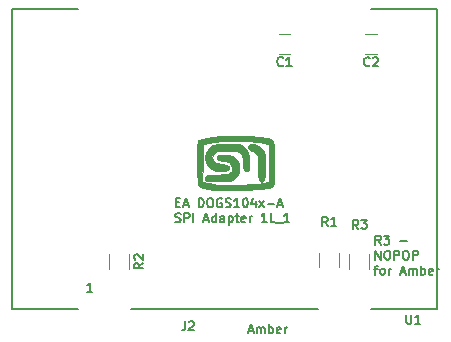
<source format=gbr>
G04 #@! TF.FileFunction,Legend,Top*
%FSLAX46Y46*%
G04 Gerber Fmt 4.6, Leading zero omitted, Abs format (unit mm)*
G04 Created by KiCad (PCBNEW 4.0.7) date 10/30/17 19:48:02*
%MOMM*%
%LPD*%
G01*
G04 APERTURE LIST*
%ADD10C,0.076200*%
%ADD11C,0.127000*%
%ADD12C,0.120000*%
%ADD13C,0.150000*%
%ADD14C,0.100000*%
G04 APERTURE END LIST*
D10*
D11*
X164637357Y-110961714D02*
X164383357Y-110598857D01*
X164201929Y-110961714D02*
X164201929Y-110199714D01*
X164492214Y-110199714D01*
X164564786Y-110236000D01*
X164601071Y-110272286D01*
X164637357Y-110344857D01*
X164637357Y-110453714D01*
X164601071Y-110526286D01*
X164564786Y-110562571D01*
X164492214Y-110598857D01*
X164201929Y-110598857D01*
X164891357Y-110199714D02*
X165363071Y-110199714D01*
X165109071Y-110490000D01*
X165217929Y-110490000D01*
X165290500Y-110526286D01*
X165326786Y-110562571D01*
X165363071Y-110635143D01*
X165363071Y-110816571D01*
X165326786Y-110889143D01*
X165290500Y-110925429D01*
X165217929Y-110961714D01*
X165000214Y-110961714D01*
X164927643Y-110925429D01*
X164891357Y-110889143D01*
X166270214Y-110671429D02*
X166850785Y-110671429D01*
X164201929Y-112231714D02*
X164201929Y-111469714D01*
X164637357Y-112231714D01*
X164637357Y-111469714D01*
X165145357Y-111469714D02*
X165290500Y-111469714D01*
X165363072Y-111506000D01*
X165435643Y-111578571D01*
X165471929Y-111723714D01*
X165471929Y-111977714D01*
X165435643Y-112122857D01*
X165363072Y-112195429D01*
X165290500Y-112231714D01*
X165145357Y-112231714D01*
X165072786Y-112195429D01*
X165000215Y-112122857D01*
X164963929Y-111977714D01*
X164963929Y-111723714D01*
X165000215Y-111578571D01*
X165072786Y-111506000D01*
X165145357Y-111469714D01*
X165798501Y-112231714D02*
X165798501Y-111469714D01*
X166088786Y-111469714D01*
X166161358Y-111506000D01*
X166197643Y-111542286D01*
X166233929Y-111614857D01*
X166233929Y-111723714D01*
X166197643Y-111796286D01*
X166161358Y-111832571D01*
X166088786Y-111868857D01*
X165798501Y-111868857D01*
X166705643Y-111469714D02*
X166850786Y-111469714D01*
X166923358Y-111506000D01*
X166995929Y-111578571D01*
X167032215Y-111723714D01*
X167032215Y-111977714D01*
X166995929Y-112122857D01*
X166923358Y-112195429D01*
X166850786Y-112231714D01*
X166705643Y-112231714D01*
X166633072Y-112195429D01*
X166560501Y-112122857D01*
X166524215Y-111977714D01*
X166524215Y-111723714D01*
X166560501Y-111578571D01*
X166633072Y-111506000D01*
X166705643Y-111469714D01*
X167358787Y-112231714D02*
X167358787Y-111469714D01*
X167649072Y-111469714D01*
X167721644Y-111506000D01*
X167757929Y-111542286D01*
X167794215Y-111614857D01*
X167794215Y-111723714D01*
X167757929Y-111796286D01*
X167721644Y-111832571D01*
X167649072Y-111868857D01*
X167358787Y-111868857D01*
X164093071Y-112993714D02*
X164383357Y-112993714D01*
X164201929Y-113501714D02*
X164201929Y-112848571D01*
X164238214Y-112776000D01*
X164310786Y-112739714D01*
X164383357Y-112739714D01*
X164746215Y-113501714D02*
X164673643Y-113465429D01*
X164637358Y-113429143D01*
X164601072Y-113356571D01*
X164601072Y-113138857D01*
X164637358Y-113066286D01*
X164673643Y-113030000D01*
X164746215Y-112993714D01*
X164855072Y-112993714D01*
X164927643Y-113030000D01*
X164963929Y-113066286D01*
X165000215Y-113138857D01*
X165000215Y-113356571D01*
X164963929Y-113429143D01*
X164927643Y-113465429D01*
X164855072Y-113501714D01*
X164746215Y-113501714D01*
X165326787Y-113501714D02*
X165326787Y-112993714D01*
X165326787Y-113138857D02*
X165363072Y-113066286D01*
X165399358Y-113030000D01*
X165471929Y-112993714D01*
X165544501Y-112993714D01*
X166342786Y-113284000D02*
X166705643Y-113284000D01*
X166270214Y-113501714D02*
X166524214Y-112739714D01*
X166778214Y-113501714D01*
X167032215Y-113501714D02*
X167032215Y-112993714D01*
X167032215Y-113066286D02*
X167068500Y-113030000D01*
X167141072Y-112993714D01*
X167249929Y-112993714D01*
X167322500Y-113030000D01*
X167358786Y-113102571D01*
X167358786Y-113501714D01*
X167358786Y-113102571D02*
X167395072Y-113030000D01*
X167467643Y-112993714D01*
X167576500Y-112993714D01*
X167649072Y-113030000D01*
X167685357Y-113102571D01*
X167685357Y-113501714D01*
X168048215Y-113501714D02*
X168048215Y-112739714D01*
X168048215Y-113030000D02*
X168120786Y-112993714D01*
X168265929Y-112993714D01*
X168338500Y-113030000D01*
X168374786Y-113066286D01*
X168411072Y-113138857D01*
X168411072Y-113356571D01*
X168374786Y-113429143D01*
X168338500Y-113465429D01*
X168265929Y-113501714D01*
X168120786Y-113501714D01*
X168048215Y-113465429D01*
X169027929Y-113465429D02*
X168955358Y-113501714D01*
X168810215Y-113501714D01*
X168737644Y-113465429D01*
X168701358Y-113392857D01*
X168701358Y-113102571D01*
X168737644Y-113030000D01*
X168810215Y-112993714D01*
X168955358Y-112993714D01*
X169027929Y-113030000D01*
X169064215Y-113102571D01*
X169064215Y-113175143D01*
X168701358Y-113247714D01*
X169390787Y-113501714D02*
X169390787Y-112993714D01*
X169390787Y-113138857D02*
X169427072Y-113066286D01*
X169463358Y-113030000D01*
X169535929Y-112993714D01*
X169608501Y-112993714D01*
X153470429Y-118237000D02*
X153833286Y-118237000D01*
X153397857Y-118454714D02*
X153651857Y-117692714D01*
X153905857Y-118454714D01*
X154159858Y-118454714D02*
X154159858Y-117946714D01*
X154159858Y-118019286D02*
X154196143Y-117983000D01*
X154268715Y-117946714D01*
X154377572Y-117946714D01*
X154450143Y-117983000D01*
X154486429Y-118055571D01*
X154486429Y-118454714D01*
X154486429Y-118055571D02*
X154522715Y-117983000D01*
X154595286Y-117946714D01*
X154704143Y-117946714D01*
X154776715Y-117983000D01*
X154813000Y-118055571D01*
X154813000Y-118454714D01*
X155175858Y-118454714D02*
X155175858Y-117692714D01*
X155175858Y-117983000D02*
X155248429Y-117946714D01*
X155393572Y-117946714D01*
X155466143Y-117983000D01*
X155502429Y-118019286D01*
X155538715Y-118091857D01*
X155538715Y-118309571D01*
X155502429Y-118382143D01*
X155466143Y-118418429D01*
X155393572Y-118454714D01*
X155248429Y-118454714D01*
X155175858Y-118418429D01*
X156155572Y-118418429D02*
X156083001Y-118454714D01*
X155937858Y-118454714D01*
X155865287Y-118418429D01*
X155829001Y-118345857D01*
X155829001Y-118055571D01*
X155865287Y-117983000D01*
X155937858Y-117946714D01*
X156083001Y-117946714D01*
X156155572Y-117983000D01*
X156191858Y-118055571D01*
X156191858Y-118128143D01*
X155829001Y-118200714D01*
X156518430Y-118454714D02*
X156518430Y-117946714D01*
X156518430Y-118091857D02*
X156554715Y-118019286D01*
X156591001Y-117983000D01*
X156663572Y-117946714D01*
X156736144Y-117946714D01*
X147310929Y-107387571D02*
X147564929Y-107387571D01*
X147673786Y-107786714D02*
X147310929Y-107786714D01*
X147310929Y-107024714D01*
X147673786Y-107024714D01*
X147964072Y-107569000D02*
X148326929Y-107569000D01*
X147891500Y-107786714D02*
X148145500Y-107024714D01*
X148399500Y-107786714D01*
X149234072Y-107786714D02*
X149234072Y-107024714D01*
X149415500Y-107024714D01*
X149524357Y-107061000D01*
X149596929Y-107133571D01*
X149633214Y-107206143D01*
X149669500Y-107351286D01*
X149669500Y-107460143D01*
X149633214Y-107605286D01*
X149596929Y-107677857D01*
X149524357Y-107750429D01*
X149415500Y-107786714D01*
X149234072Y-107786714D01*
X150141214Y-107024714D02*
X150286357Y-107024714D01*
X150358929Y-107061000D01*
X150431500Y-107133571D01*
X150467786Y-107278714D01*
X150467786Y-107532714D01*
X150431500Y-107677857D01*
X150358929Y-107750429D01*
X150286357Y-107786714D01*
X150141214Y-107786714D01*
X150068643Y-107750429D01*
X149996072Y-107677857D01*
X149959786Y-107532714D01*
X149959786Y-107278714D01*
X149996072Y-107133571D01*
X150068643Y-107061000D01*
X150141214Y-107024714D01*
X151193500Y-107061000D02*
X151120929Y-107024714D01*
X151012072Y-107024714D01*
X150903215Y-107061000D01*
X150830643Y-107133571D01*
X150794358Y-107206143D01*
X150758072Y-107351286D01*
X150758072Y-107460143D01*
X150794358Y-107605286D01*
X150830643Y-107677857D01*
X150903215Y-107750429D01*
X151012072Y-107786714D01*
X151084643Y-107786714D01*
X151193500Y-107750429D01*
X151229786Y-107714143D01*
X151229786Y-107460143D01*
X151084643Y-107460143D01*
X151520072Y-107750429D02*
X151628929Y-107786714D01*
X151810358Y-107786714D01*
X151882929Y-107750429D01*
X151919215Y-107714143D01*
X151955500Y-107641571D01*
X151955500Y-107569000D01*
X151919215Y-107496429D01*
X151882929Y-107460143D01*
X151810358Y-107423857D01*
X151665215Y-107387571D01*
X151592643Y-107351286D01*
X151556358Y-107315000D01*
X151520072Y-107242429D01*
X151520072Y-107169857D01*
X151556358Y-107097286D01*
X151592643Y-107061000D01*
X151665215Y-107024714D01*
X151846643Y-107024714D01*
X151955500Y-107061000D01*
X152681214Y-107786714D02*
X152245786Y-107786714D01*
X152463500Y-107786714D02*
X152463500Y-107024714D01*
X152390929Y-107133571D01*
X152318357Y-107206143D01*
X152245786Y-107242429D01*
X153152928Y-107024714D02*
X153225500Y-107024714D01*
X153298071Y-107061000D01*
X153334357Y-107097286D01*
X153370643Y-107169857D01*
X153406928Y-107315000D01*
X153406928Y-107496429D01*
X153370643Y-107641571D01*
X153334357Y-107714143D01*
X153298071Y-107750429D01*
X153225500Y-107786714D01*
X153152928Y-107786714D01*
X153080357Y-107750429D01*
X153044071Y-107714143D01*
X153007786Y-107641571D01*
X152971500Y-107496429D01*
X152971500Y-107315000D01*
X153007786Y-107169857D01*
X153044071Y-107097286D01*
X153080357Y-107061000D01*
X153152928Y-107024714D01*
X154060071Y-107278714D02*
X154060071Y-107786714D01*
X153878642Y-106988429D02*
X153697214Y-107532714D01*
X154168928Y-107532714D01*
X154386642Y-107786714D02*
X154785785Y-107278714D01*
X154386642Y-107278714D02*
X154785785Y-107786714D01*
X155076071Y-107496429D02*
X155656642Y-107496429D01*
X155983214Y-107569000D02*
X156346071Y-107569000D01*
X155910642Y-107786714D02*
X156164642Y-107024714D01*
X156418642Y-107786714D01*
X147274643Y-109020429D02*
X147383500Y-109056714D01*
X147564929Y-109056714D01*
X147637500Y-109020429D01*
X147673786Y-108984143D01*
X147710071Y-108911571D01*
X147710071Y-108839000D01*
X147673786Y-108766429D01*
X147637500Y-108730143D01*
X147564929Y-108693857D01*
X147419786Y-108657571D01*
X147347214Y-108621286D01*
X147310929Y-108585000D01*
X147274643Y-108512429D01*
X147274643Y-108439857D01*
X147310929Y-108367286D01*
X147347214Y-108331000D01*
X147419786Y-108294714D01*
X147601214Y-108294714D01*
X147710071Y-108331000D01*
X148036643Y-109056714D02*
X148036643Y-108294714D01*
X148326928Y-108294714D01*
X148399500Y-108331000D01*
X148435785Y-108367286D01*
X148472071Y-108439857D01*
X148472071Y-108548714D01*
X148435785Y-108621286D01*
X148399500Y-108657571D01*
X148326928Y-108693857D01*
X148036643Y-108693857D01*
X148798643Y-109056714D02*
X148798643Y-108294714D01*
X149705785Y-108839000D02*
X150068642Y-108839000D01*
X149633213Y-109056714D02*
X149887213Y-108294714D01*
X150141213Y-109056714D01*
X150721785Y-109056714D02*
X150721785Y-108294714D01*
X150721785Y-109020429D02*
X150649214Y-109056714D01*
X150504071Y-109056714D01*
X150431499Y-109020429D01*
X150395214Y-108984143D01*
X150358928Y-108911571D01*
X150358928Y-108693857D01*
X150395214Y-108621286D01*
X150431499Y-108585000D01*
X150504071Y-108548714D01*
X150649214Y-108548714D01*
X150721785Y-108585000D01*
X151411214Y-109056714D02*
X151411214Y-108657571D01*
X151374928Y-108585000D01*
X151302357Y-108548714D01*
X151157214Y-108548714D01*
X151084643Y-108585000D01*
X151411214Y-109020429D02*
X151338643Y-109056714D01*
X151157214Y-109056714D01*
X151084643Y-109020429D01*
X151048357Y-108947857D01*
X151048357Y-108875286D01*
X151084643Y-108802714D01*
X151157214Y-108766429D01*
X151338643Y-108766429D01*
X151411214Y-108730143D01*
X151774072Y-108548714D02*
X151774072Y-109310714D01*
X151774072Y-108585000D02*
X151846643Y-108548714D01*
X151991786Y-108548714D01*
X152064357Y-108585000D01*
X152100643Y-108621286D01*
X152136929Y-108693857D01*
X152136929Y-108911571D01*
X152100643Y-108984143D01*
X152064357Y-109020429D01*
X151991786Y-109056714D01*
X151846643Y-109056714D01*
X151774072Y-109020429D01*
X152354643Y-108548714D02*
X152644929Y-108548714D01*
X152463501Y-108294714D02*
X152463501Y-108947857D01*
X152499786Y-109020429D01*
X152572358Y-109056714D01*
X152644929Y-109056714D01*
X153189215Y-109020429D02*
X153116644Y-109056714D01*
X152971501Y-109056714D01*
X152898930Y-109020429D01*
X152862644Y-108947857D01*
X152862644Y-108657571D01*
X152898930Y-108585000D01*
X152971501Y-108548714D01*
X153116644Y-108548714D01*
X153189215Y-108585000D01*
X153225501Y-108657571D01*
X153225501Y-108730143D01*
X152862644Y-108802714D01*
X153552073Y-109056714D02*
X153552073Y-108548714D01*
X153552073Y-108693857D02*
X153588358Y-108621286D01*
X153624644Y-108585000D01*
X153697215Y-108548714D01*
X153769787Y-108548714D01*
X155003500Y-109056714D02*
X154568072Y-109056714D01*
X154785786Y-109056714D02*
X154785786Y-108294714D01*
X154713215Y-108403571D01*
X154640643Y-108476143D01*
X154568072Y-108512429D01*
X155692929Y-109056714D02*
X155330072Y-109056714D01*
X155330072Y-108294714D01*
X155765500Y-109129286D02*
X156346071Y-109129286D01*
X156926642Y-109056714D02*
X156491214Y-109056714D01*
X156708928Y-109056714D02*
X156708928Y-108294714D01*
X156636357Y-108403571D01*
X156563785Y-108476143D01*
X156491214Y-108512429D01*
D12*
X156000000Y-94850000D02*
X157000000Y-94850000D01*
X157000000Y-93150000D02*
X156000000Y-93150000D01*
X164330000Y-93130000D02*
X163330000Y-93130000D01*
X163330000Y-94830000D02*
X164330000Y-94830000D01*
D13*
X143500000Y-116400000D02*
X159300000Y-116400000D01*
X139000000Y-116400000D02*
X133400000Y-116400000D01*
X139000000Y-91000000D02*
X133400000Y-91000000D01*
X169400000Y-116400000D02*
X163800000Y-116400000D01*
X169400000Y-91000000D02*
X163800000Y-91000000D01*
X169400000Y-91000000D02*
X169400000Y-116400000D01*
X133400000Y-91000000D02*
X133400000Y-116400000D01*
D14*
G36*
X155640878Y-103269418D02*
X155638738Y-103863076D01*
X155638500Y-104047945D01*
X155636532Y-104688217D01*
X155629865Y-105178453D01*
X155617356Y-105537914D01*
X155597861Y-105785861D01*
X155570235Y-105941554D01*
X155533335Y-106024252D01*
X155520331Y-106037670D01*
X155353096Y-106109142D01*
X155215167Y-106139474D01*
X155215167Y-105685748D01*
X155215167Y-104092371D01*
X155211111Y-103571909D01*
X155199750Y-103122332D01*
X155182295Y-102768665D01*
X155159953Y-102535937D01*
X155135775Y-102449926D01*
X155024327Y-102419092D01*
X154782052Y-102372619D01*
X154445993Y-102317095D01*
X154098608Y-102265485D01*
X153470140Y-102203536D01*
X152742551Y-102175245D01*
X151972637Y-102179497D01*
X151217192Y-102215179D01*
X150533014Y-102281176D01*
X150135167Y-102343237D01*
X149584833Y-102447859D01*
X149561866Y-104069143D01*
X149538899Y-105690426D01*
X150112199Y-105781198D01*
X150448113Y-105833928D01*
X150752924Y-105881002D01*
X150939500Y-105909091D01*
X151179669Y-105926739D01*
X151551025Y-105933161D01*
X152015883Y-105929617D01*
X152536557Y-105917364D01*
X153075362Y-105897660D01*
X153594612Y-105871761D01*
X154056622Y-105840926D01*
X154423706Y-105806412D01*
X154559000Y-105788306D01*
X155215167Y-105685748D01*
X155215167Y-106139474D01*
X155043775Y-106177166D01*
X154619613Y-106239037D01*
X154107856Y-106292051D01*
X153535749Y-106333504D01*
X152930539Y-106360692D01*
X152319469Y-106370910D01*
X152167167Y-106370483D01*
X151682169Y-106365260D01*
X151243389Y-106357201D01*
X150884654Y-106347183D01*
X150639792Y-106336080D01*
X150558500Y-106328816D01*
X150051928Y-106245236D01*
X149644139Y-106162708D01*
X149358962Y-106086632D01*
X149225000Y-106026674D01*
X149187965Y-105948849D01*
X149159806Y-105773790D01*
X149139698Y-105486075D01*
X149126817Y-105070284D01*
X149120337Y-104510996D01*
X149119167Y-104047945D01*
X149120118Y-103431599D01*
X149124077Y-102963164D01*
X149132700Y-102621224D01*
X149147644Y-102384362D01*
X149170566Y-102231160D01*
X149203122Y-102140203D01*
X149246968Y-102090073D01*
X149271812Y-102074597D01*
X149537700Y-101981179D01*
X149943261Y-101901175D01*
X150459273Y-101835830D01*
X151056515Y-101786389D01*
X151705764Y-101754099D01*
X152377798Y-101740204D01*
X153043396Y-101745950D01*
X153673334Y-101772582D01*
X154238391Y-101821346D01*
X154476693Y-101852783D01*
X154842158Y-101904423D01*
X155122262Y-101949352D01*
X155328266Y-102008847D01*
X155471429Y-102104182D01*
X155563012Y-102256632D01*
X155614275Y-102487471D01*
X155636477Y-102817975D01*
X155640878Y-103269418D01*
X155640878Y-103269418D01*
X155640878Y-103269418D01*
G37*
X155640878Y-103269418D02*
X155638738Y-103863076D01*
X155638500Y-104047945D01*
X155636532Y-104688217D01*
X155629865Y-105178453D01*
X155617356Y-105537914D01*
X155597861Y-105785861D01*
X155570235Y-105941554D01*
X155533335Y-106024252D01*
X155520331Y-106037670D01*
X155353096Y-106109142D01*
X155215167Y-106139474D01*
X155215167Y-105685748D01*
X155215167Y-104092371D01*
X155211111Y-103571909D01*
X155199750Y-103122332D01*
X155182295Y-102768665D01*
X155159953Y-102535937D01*
X155135775Y-102449926D01*
X155024327Y-102419092D01*
X154782052Y-102372619D01*
X154445993Y-102317095D01*
X154098608Y-102265485D01*
X153470140Y-102203536D01*
X152742551Y-102175245D01*
X151972637Y-102179497D01*
X151217192Y-102215179D01*
X150533014Y-102281176D01*
X150135167Y-102343237D01*
X149584833Y-102447859D01*
X149561866Y-104069143D01*
X149538899Y-105690426D01*
X150112199Y-105781198D01*
X150448113Y-105833928D01*
X150752924Y-105881002D01*
X150939500Y-105909091D01*
X151179669Y-105926739D01*
X151551025Y-105933161D01*
X152015883Y-105929617D01*
X152536557Y-105917364D01*
X153075362Y-105897660D01*
X153594612Y-105871761D01*
X154056622Y-105840926D01*
X154423706Y-105806412D01*
X154559000Y-105788306D01*
X155215167Y-105685748D01*
X155215167Y-106139474D01*
X155043775Y-106177166D01*
X154619613Y-106239037D01*
X154107856Y-106292051D01*
X153535749Y-106333504D01*
X152930539Y-106360692D01*
X152319469Y-106370910D01*
X152167167Y-106370483D01*
X151682169Y-106365260D01*
X151243389Y-106357201D01*
X150884654Y-106347183D01*
X150639792Y-106336080D01*
X150558500Y-106328816D01*
X150051928Y-106245236D01*
X149644139Y-106162708D01*
X149358962Y-106086632D01*
X149225000Y-106026674D01*
X149187965Y-105948849D01*
X149159806Y-105773790D01*
X149139698Y-105486075D01*
X149126817Y-105070284D01*
X149120337Y-104510996D01*
X149119167Y-104047945D01*
X149120118Y-103431599D01*
X149124077Y-102963164D01*
X149132700Y-102621224D01*
X149147644Y-102384362D01*
X149170566Y-102231160D01*
X149203122Y-102140203D01*
X149246968Y-102090073D01*
X149271812Y-102074597D01*
X149537700Y-101981179D01*
X149943261Y-101901175D01*
X150459273Y-101835830D01*
X151056515Y-101786389D01*
X151705764Y-101754099D01*
X152377798Y-101740204D01*
X153043396Y-101745950D01*
X153673334Y-101772582D01*
X154238391Y-101821346D01*
X154476693Y-101852783D01*
X154842158Y-101904423D01*
X155122262Y-101949352D01*
X155328266Y-102008847D01*
X155471429Y-102104182D01*
X155563012Y-102256632D01*
X155614275Y-102487471D01*
X155636477Y-102817975D01*
X155640878Y-103269418D01*
X155640878Y-103269418D01*
G36*
X152679170Y-104414396D02*
X152631689Y-104797950D01*
X152466947Y-105147481D01*
X152192661Y-105416811D01*
X152051403Y-105490168D01*
X151863067Y-105540105D01*
X151592215Y-105571878D01*
X151203411Y-105590742D01*
X150981833Y-105596393D01*
X150585439Y-105600691D01*
X150247147Y-105596729D01*
X150005370Y-105585450D01*
X149902333Y-105569953D01*
X149813471Y-105452885D01*
X149805384Y-105274760D01*
X149873194Y-105120596D01*
X149930425Y-105080391D01*
X150069227Y-105058378D01*
X150333299Y-105041077D01*
X150678593Y-105030813D01*
X150904091Y-105029000D01*
X151385635Y-105013429D01*
X151722171Y-104959481D01*
X151935772Y-104856299D01*
X152048513Y-104693028D01*
X152082467Y-104458811D01*
X152082500Y-104449455D01*
X152016002Y-104185492D01*
X151811358Y-103998644D01*
X151460842Y-103883320D01*
X151259424Y-103853904D01*
X150983861Y-103818063D01*
X150837193Y-103772056D01*
X150779373Y-103694255D01*
X150770167Y-103589666D01*
X150781131Y-103475268D01*
X150839464Y-103408955D01*
X150983324Y-103374166D01*
X151250869Y-103354341D01*
X151320500Y-103350817D01*
X151736780Y-103354844D01*
X152036480Y-103419245D01*
X152130779Y-103461786D01*
X152427442Y-103706094D01*
X152610663Y-104037037D01*
X152679170Y-104414396D01*
X152679170Y-104414396D01*
X152679170Y-104414396D01*
G37*
X152679170Y-104414396D02*
X152631689Y-104797950D01*
X152466947Y-105147481D01*
X152192661Y-105416811D01*
X152051403Y-105490168D01*
X151863067Y-105540105D01*
X151592215Y-105571878D01*
X151203411Y-105590742D01*
X150981833Y-105596393D01*
X150585439Y-105600691D01*
X150247147Y-105596729D01*
X150005370Y-105585450D01*
X149902333Y-105569953D01*
X149813471Y-105452885D01*
X149805384Y-105274760D01*
X149873194Y-105120596D01*
X149930425Y-105080391D01*
X150069227Y-105058378D01*
X150333299Y-105041077D01*
X150678593Y-105030813D01*
X150904091Y-105029000D01*
X151385635Y-105013429D01*
X151722171Y-104959481D01*
X151935772Y-104856299D01*
X152048513Y-104693028D01*
X152082467Y-104458811D01*
X152082500Y-104449455D01*
X152016002Y-104185492D01*
X151811358Y-103998644D01*
X151460842Y-103883320D01*
X151259424Y-103853904D01*
X150983861Y-103818063D01*
X150837193Y-103772056D01*
X150779373Y-103694255D01*
X150770167Y-103589666D01*
X150781131Y-103475268D01*
X150839464Y-103408955D01*
X150983324Y-103374166D01*
X151250869Y-103354341D01*
X151320500Y-103350817D01*
X151736780Y-103354844D01*
X152036480Y-103419245D01*
X152130779Y-103461786D01*
X152427442Y-103706094D01*
X152610663Y-104037037D01*
X152679170Y-104414396D01*
X152679170Y-104414396D01*
G36*
X154875568Y-104505399D02*
X154855638Y-105028157D01*
X154794839Y-105391069D01*
X154693794Y-105592846D01*
X154553124Y-105632203D01*
X154385433Y-105520066D01*
X154332182Y-105374488D01*
X154298186Y-105067882D01*
X154284176Y-104607537D01*
X154283833Y-104508050D01*
X154275264Y-104110735D01*
X154252130Y-103758407D01*
X154218290Y-103496877D01*
X154189741Y-103391124D01*
X154046175Y-103221654D01*
X153811828Y-103074565D01*
X153766408Y-103055284D01*
X153545338Y-102944786D01*
X153450507Y-102818972D01*
X153437167Y-102713685D01*
X153501139Y-102537243D01*
X153669069Y-102453667D01*
X153904975Y-102460481D01*
X154172874Y-102555205D01*
X154436784Y-102735361D01*
X154490778Y-102786255D01*
X154642060Y-102962985D01*
X154748716Y-103162797D01*
X154818017Y-103418186D01*
X154857237Y-103761649D01*
X154873649Y-104225682D01*
X154875568Y-104505399D01*
X154875568Y-104505399D01*
X154875568Y-104505399D01*
G37*
X154875568Y-104505399D02*
X154855638Y-105028157D01*
X154794839Y-105391069D01*
X154693794Y-105592846D01*
X154553124Y-105632203D01*
X154385433Y-105520066D01*
X154332182Y-105374488D01*
X154298186Y-105067882D01*
X154284176Y-104607537D01*
X154283833Y-104508050D01*
X154275264Y-104110735D01*
X154252130Y-103758407D01*
X154218290Y-103496877D01*
X154189741Y-103391124D01*
X154046175Y-103221654D01*
X153811828Y-103074565D01*
X153766408Y-103055284D01*
X153545338Y-102944786D01*
X153450507Y-102818972D01*
X153437167Y-102713685D01*
X153501139Y-102537243D01*
X153669069Y-102453667D01*
X153904975Y-102460481D01*
X154172874Y-102555205D01*
X154436784Y-102735361D01*
X154490778Y-102786255D01*
X154642060Y-102962985D01*
X154748716Y-103162797D01*
X154818017Y-103418186D01*
X154857237Y-103761649D01*
X154873649Y-104225682D01*
X154875568Y-104505399D01*
X154875568Y-104505399D01*
G36*
X153531699Y-104139520D02*
X153507674Y-104436519D01*
X153455717Y-104646327D01*
X153394833Y-104720951D01*
X153202805Y-104751023D01*
X153082357Y-104654621D01*
X153023611Y-104417874D01*
X153013833Y-104185909D01*
X152978754Y-103690412D01*
X152871485Y-103340937D01*
X152688979Y-103128931D01*
X152624635Y-103093336D01*
X152447194Y-103050401D01*
X152152086Y-103017319D01*
X151790908Y-102999058D01*
X151624267Y-102997000D01*
X151232642Y-103002548D01*
X150967846Y-103024080D01*
X150787598Y-103068927D01*
X150649614Y-103144422D01*
X150612251Y-103172478D01*
X150433254Y-103401739D01*
X150395702Y-103664950D01*
X150502886Y-103911950D01*
X150559812Y-103971854D01*
X150782706Y-104086454D01*
X151132142Y-104157508D01*
X151215979Y-104165644D01*
X151580348Y-104222077D01*
X151781148Y-104319606D01*
X151819308Y-104459155D01*
X151695757Y-104641647D01*
X151695452Y-104641952D01*
X151498353Y-104739949D01*
X151175723Y-104757715D01*
X150715621Y-104695860D01*
X150699251Y-104692719D01*
X150319502Y-104546080D01*
X150041056Y-104294501D01*
X149867996Y-103971686D01*
X149804401Y-103611335D01*
X149854354Y-103247151D01*
X150021935Y-102912837D01*
X150311226Y-102642094D01*
X150442028Y-102568569D01*
X150625360Y-102489187D01*
X150808789Y-102438824D01*
X151033837Y-102412875D01*
X151342028Y-102406734D01*
X151774884Y-102415796D01*
X151809991Y-102416852D01*
X152302986Y-102439266D01*
X152660935Y-102479823D01*
X152918023Y-102550716D01*
X153108432Y-102664137D01*
X153266345Y-102832277D01*
X153364125Y-102971171D01*
X153444005Y-103171154D01*
X153499082Y-103462259D01*
X153528574Y-103799907D01*
X153531699Y-104139520D01*
X153531699Y-104139520D01*
X153531699Y-104139520D01*
G37*
X153531699Y-104139520D02*
X153507674Y-104436519D01*
X153455717Y-104646327D01*
X153394833Y-104720951D01*
X153202805Y-104751023D01*
X153082357Y-104654621D01*
X153023611Y-104417874D01*
X153013833Y-104185909D01*
X152978754Y-103690412D01*
X152871485Y-103340937D01*
X152688979Y-103128931D01*
X152624635Y-103093336D01*
X152447194Y-103050401D01*
X152152086Y-103017319D01*
X151790908Y-102999058D01*
X151624267Y-102997000D01*
X151232642Y-103002548D01*
X150967846Y-103024080D01*
X150787598Y-103068927D01*
X150649614Y-103144422D01*
X150612251Y-103172478D01*
X150433254Y-103401739D01*
X150395702Y-103664950D01*
X150502886Y-103911950D01*
X150559812Y-103971854D01*
X150782706Y-104086454D01*
X151132142Y-104157508D01*
X151215979Y-104165644D01*
X151580348Y-104222077D01*
X151781148Y-104319606D01*
X151819308Y-104459155D01*
X151695757Y-104641647D01*
X151695452Y-104641952D01*
X151498353Y-104739949D01*
X151175723Y-104757715D01*
X150715621Y-104695860D01*
X150699251Y-104692719D01*
X150319502Y-104546080D01*
X150041056Y-104294501D01*
X149867996Y-103971686D01*
X149804401Y-103611335D01*
X149854354Y-103247151D01*
X150021935Y-102912837D01*
X150311226Y-102642094D01*
X150442028Y-102568569D01*
X150625360Y-102489187D01*
X150808789Y-102438824D01*
X151033837Y-102412875D01*
X151342028Y-102406734D01*
X151774884Y-102415796D01*
X151809991Y-102416852D01*
X152302986Y-102439266D01*
X152660935Y-102479823D01*
X152918023Y-102550716D01*
X153108432Y-102664137D01*
X153266345Y-102832277D01*
X153364125Y-102971171D01*
X153444005Y-103171154D01*
X153499082Y-103462259D01*
X153528574Y-103799907D01*
X153531699Y-104139520D01*
X153531699Y-104139520D01*
D12*
X159394000Y-112868000D02*
X159394000Y-111668000D01*
X161154000Y-111668000D02*
X161154000Y-112868000D01*
X141614000Y-112995000D02*
X141614000Y-111795000D01*
X143374000Y-111795000D02*
X143374000Y-112995000D01*
X161934000Y-112995000D02*
X161934000Y-111795000D01*
X163694000Y-111795000D02*
X163694000Y-112995000D01*
D11*
X156373000Y-95772143D02*
X156336714Y-95808429D01*
X156227857Y-95844714D01*
X156155286Y-95844714D01*
X156046429Y-95808429D01*
X155973857Y-95735857D01*
X155937572Y-95663286D01*
X155901286Y-95518143D01*
X155901286Y-95409286D01*
X155937572Y-95264143D01*
X155973857Y-95191571D01*
X156046429Y-95119000D01*
X156155286Y-95082714D01*
X156227857Y-95082714D01*
X156336714Y-95119000D01*
X156373000Y-95155286D01*
X157098714Y-95844714D02*
X156663286Y-95844714D01*
X156881000Y-95844714D02*
X156881000Y-95082714D01*
X156808429Y-95191571D01*
X156735857Y-95264143D01*
X156663286Y-95300429D01*
X163703000Y-95776143D02*
X163666714Y-95812429D01*
X163557857Y-95848714D01*
X163485286Y-95848714D01*
X163376429Y-95812429D01*
X163303857Y-95739857D01*
X163267572Y-95667286D01*
X163231286Y-95522143D01*
X163231286Y-95413286D01*
X163267572Y-95268143D01*
X163303857Y-95195571D01*
X163376429Y-95123000D01*
X163485286Y-95086714D01*
X163557857Y-95086714D01*
X163666714Y-95123000D01*
X163703000Y-95159286D01*
X163993286Y-95159286D02*
X164029572Y-95123000D01*
X164102143Y-95086714D01*
X164283572Y-95086714D01*
X164356143Y-95123000D01*
X164392429Y-95159286D01*
X164428714Y-95231857D01*
X164428714Y-95304429D01*
X164392429Y-95413286D01*
X163957000Y-95848714D01*
X164428714Y-95848714D01*
X166819429Y-116882714D02*
X166819429Y-117499571D01*
X166855714Y-117572143D01*
X166892000Y-117608429D01*
X166964571Y-117644714D01*
X167109714Y-117644714D01*
X167182286Y-117608429D01*
X167218571Y-117572143D01*
X167254857Y-117499571D01*
X167254857Y-116882714D01*
X168016857Y-117644714D02*
X167581429Y-117644714D01*
X167799143Y-117644714D02*
X167799143Y-116882714D01*
X167726572Y-116991571D01*
X167654000Y-117064143D01*
X167581429Y-117100429D01*
X140217714Y-114944714D02*
X139782286Y-114944714D01*
X140000000Y-114944714D02*
X140000000Y-114182714D01*
X139927429Y-114291571D01*
X139854857Y-114364143D01*
X139782286Y-114400429D01*
X148082001Y-117438714D02*
X148082001Y-117983000D01*
X148045715Y-118091857D01*
X147973144Y-118164429D01*
X147864287Y-118200714D01*
X147791715Y-118200714D01*
X148408572Y-117511286D02*
X148444858Y-117475000D01*
X148517429Y-117438714D01*
X148698858Y-117438714D01*
X148771429Y-117475000D01*
X148807715Y-117511286D01*
X148844000Y-117583857D01*
X148844000Y-117656429D01*
X148807715Y-117765286D01*
X148372286Y-118200714D01*
X148844000Y-118200714D01*
X160147000Y-109374214D02*
X159893000Y-109011357D01*
X159711572Y-109374214D02*
X159711572Y-108612214D01*
X160001857Y-108612214D01*
X160074429Y-108648500D01*
X160110714Y-108684786D01*
X160147000Y-108757357D01*
X160147000Y-108866214D01*
X160110714Y-108938786D01*
X160074429Y-108975071D01*
X160001857Y-109011357D01*
X159711572Y-109011357D01*
X160872714Y-109374214D02*
X160437286Y-109374214D01*
X160655000Y-109374214D02*
X160655000Y-108612214D01*
X160582429Y-108721071D01*
X160509857Y-108793643D01*
X160437286Y-108829929D01*
X144538714Y-112522000D02*
X144175857Y-112776000D01*
X144538714Y-112957428D02*
X143776714Y-112957428D01*
X143776714Y-112667143D01*
X143813000Y-112594571D01*
X143849286Y-112558286D01*
X143921857Y-112522000D01*
X144030714Y-112522000D01*
X144103286Y-112558286D01*
X144139571Y-112594571D01*
X144175857Y-112667143D01*
X144175857Y-112957428D01*
X143849286Y-112231714D02*
X143813000Y-112195428D01*
X143776714Y-112122857D01*
X143776714Y-111941428D01*
X143813000Y-111868857D01*
X143849286Y-111832571D01*
X143921857Y-111796286D01*
X143994429Y-111796286D01*
X144103286Y-111832571D01*
X144538714Y-112268000D01*
X144538714Y-111796286D01*
X162750500Y-109628214D02*
X162496500Y-109265357D01*
X162315072Y-109628214D02*
X162315072Y-108866214D01*
X162605357Y-108866214D01*
X162677929Y-108902500D01*
X162714214Y-108938786D01*
X162750500Y-109011357D01*
X162750500Y-109120214D01*
X162714214Y-109192786D01*
X162677929Y-109229071D01*
X162605357Y-109265357D01*
X162315072Y-109265357D01*
X163004500Y-108866214D02*
X163476214Y-108866214D01*
X163222214Y-109156500D01*
X163331072Y-109156500D01*
X163403643Y-109192786D01*
X163439929Y-109229071D01*
X163476214Y-109301643D01*
X163476214Y-109483071D01*
X163439929Y-109555643D01*
X163403643Y-109591929D01*
X163331072Y-109628214D01*
X163113357Y-109628214D01*
X163040786Y-109591929D01*
X163004500Y-109555643D01*
M02*

</source>
